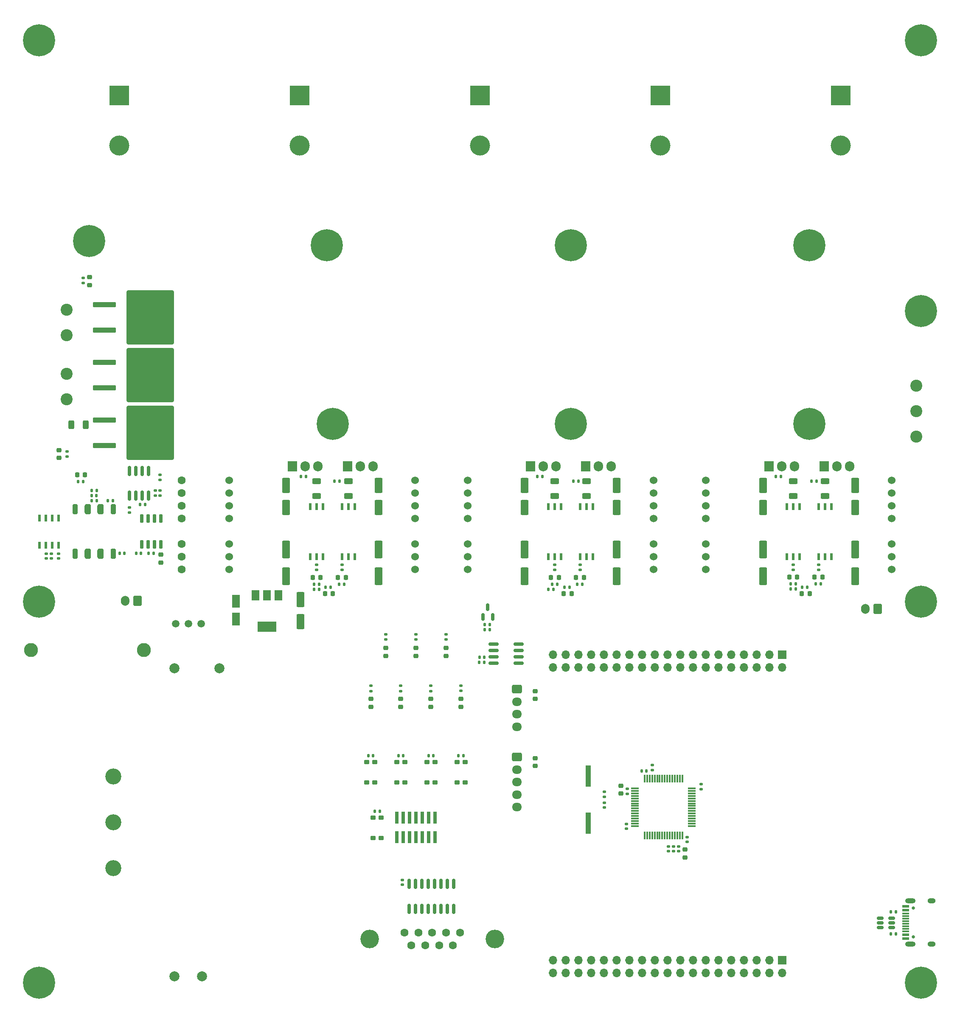
<source format=gbr>
%TF.GenerationSoftware,KiCad,Pcbnew,7.0.7-7.0.7~ubuntu22.04.1*%
%TF.CreationDate,2023-09-07T14:29:00+02:00*%
%TF.ProjectId,Inverter_KiCAD,496e7665-7274-4657-925f-4b694341442e,rev?*%
%TF.SameCoordinates,Original*%
%TF.FileFunction,Soldermask,Top*%
%TF.FilePolarity,Negative*%
%FSLAX46Y46*%
G04 Gerber Fmt 4.6, Leading zero omitted, Abs format (unit mm)*
G04 Created by KiCad (PCBNEW 7.0.7-7.0.7~ubuntu22.04.1) date 2023-09-07 14:29:00*
%MOMM*%
%LPD*%
G01*
G04 APERTURE LIST*
G04 Aperture macros list*
%AMRoundRect*
0 Rectangle with rounded corners*
0 $1 Rounding radius*
0 $2 $3 $4 $5 $6 $7 $8 $9 X,Y pos of 4 corners*
0 Add a 4 corners polygon primitive as box body*
4,1,4,$2,$3,$4,$5,$6,$7,$8,$9,$2,$3,0*
0 Add four circle primitives for the rounded corners*
1,1,$1+$1,$2,$3*
1,1,$1+$1,$4,$5*
1,1,$1+$1,$6,$7*
1,1,$1+$1,$8,$9*
0 Add four rect primitives between the rounded corners*
20,1,$1+$1,$2,$3,$4,$5,0*
20,1,$1+$1,$4,$5,$6,$7,0*
20,1,$1+$1,$6,$7,$8,$9,0*
20,1,$1+$1,$8,$9,$2,$3,0*%
G04 Aperture macros list end*
%ADD10RoundRect,0.218750X-0.218750X-0.256250X0.218750X-0.256250X0.218750X0.256250X-0.218750X0.256250X0*%
%ADD11RoundRect,0.218750X-0.256250X0.218750X-0.256250X-0.218750X0.256250X-0.218750X0.256250X0.218750X0*%
%ADD12C,0.800000*%
%ADD13C,6.400000*%
%ADD14RoundRect,0.140000X-0.140000X-0.170000X0.140000X-0.170000X0.140000X0.170000X-0.140000X0.170000X0*%
%ADD15RoundRect,0.250000X0.550000X-1.250000X0.550000X1.250000X-0.550000X1.250000X-0.550000X-1.250000X0*%
%ADD16RoundRect,0.250000X0.625000X-0.312500X0.625000X0.312500X-0.625000X0.312500X-0.625000X-0.312500X0*%
%ADD17C,1.524000*%
%ADD18R,4.000000X4.000000*%
%ADD19C,4.000000*%
%ADD20RoundRect,0.140000X0.140000X0.170000X-0.140000X0.170000X-0.140000X-0.170000X0.140000X-0.170000X0*%
%ADD21C,1.600000*%
%ADD22R,1.905000X2.000000*%
%ADD23O,1.905000X2.000000*%
%ADD24C,2.400000*%
%ADD25C,1.498600*%
%ADD26RoundRect,0.225000X0.275000X-0.225000X0.275000X0.225000X-0.275000X0.225000X-0.275000X-0.225000X0*%
%ADD27RoundRect,0.135000X-0.185000X0.135000X-0.185000X-0.135000X0.185000X-0.135000X0.185000X0.135000X0*%
%ADD28RoundRect,0.135000X-0.135000X-0.185000X0.135000X-0.185000X0.135000X0.185000X-0.135000X0.185000X0*%
%ADD29RoundRect,0.135000X0.135000X0.185000X-0.135000X0.185000X-0.135000X-0.185000X0.135000X-0.185000X0*%
%ADD30RoundRect,0.250000X-2.050000X-0.300000X2.050000X-0.300000X2.050000X0.300000X-2.050000X0.300000X0*%
%ADD31RoundRect,0.250002X-4.449998X-5.149998X4.449998X-5.149998X4.449998X5.149998X-4.449998X5.149998X0*%
%ADD32RoundRect,0.140000X-0.170000X0.140000X-0.170000X-0.140000X0.170000X-0.140000X0.170000X0.140000X0*%
%ADD33C,0.650000*%
%ADD34R,1.450000X0.600000*%
%ADD35R,1.450000X0.300000*%
%ADD36O,2.100000X1.000000*%
%ADD37O,1.600000X1.000000*%
%ADD38RoundRect,0.250000X-0.725000X0.600000X-0.725000X-0.600000X0.725000X-0.600000X0.725000X0.600000X0*%
%ADD39O,1.950000X1.700000*%
%ADD40RoundRect,0.150000X-0.512500X-0.150000X0.512500X-0.150000X0.512500X0.150000X-0.512500X0.150000X0*%
%ADD41RoundRect,0.135000X0.185000X-0.135000X0.185000X0.135000X-0.185000X0.135000X-0.185000X-0.135000X0*%
%ADD42R,0.508000X1.460500*%
%ADD43RoundRect,0.254000X0.254000X0.746000X-0.254000X0.746000X-0.254000X-0.746000X0.254000X-0.746000X0*%
%ADD44RoundRect,0.317500X0.317500X0.682500X-0.317500X0.682500X-0.317500X-0.682500X0.317500X-0.682500X0*%
%ADD45RoundRect,0.265000X0.265000X0.735000X-0.265000X0.735000X-0.265000X-0.735000X0.265000X-0.735000X0*%
%ADD46R,1.700000X1.700000*%
%ADD47O,1.700000X1.700000*%
%ADD48C,2.006600*%
%ADD49RoundRect,0.150000X0.150000X-0.825000X0.150000X0.825000X-0.150000X0.825000X-0.150000X-0.825000X0*%
%ADD50C,1.600200*%
%ADD51C,3.708400*%
%ADD52RoundRect,0.218750X0.218750X0.256250X-0.218750X0.256250X-0.218750X-0.256250X0.218750X-0.256250X0*%
%ADD53RoundRect,0.218750X0.256250X-0.218750X0.256250X0.218750X-0.256250X0.218750X-0.256250X-0.218750X0*%
%ADD54RoundRect,0.075000X-0.700000X-0.075000X0.700000X-0.075000X0.700000X0.075000X-0.700000X0.075000X0*%
%ADD55RoundRect,0.075000X-0.075000X-0.700000X0.075000X-0.700000X0.075000X0.700000X-0.075000X0.700000X0*%
%ADD56RoundRect,0.250000X-0.550000X1.500000X-0.550000X-1.500000X0.550000X-1.500000X0.550000X1.500000X0*%
%ADD57RoundRect,0.250000X0.600000X0.750000X-0.600000X0.750000X-0.600000X-0.750000X0.600000X-0.750000X0*%
%ADD58O,1.700000X2.000000*%
%ADD59R,0.740000X2.400000*%
%ADD60RoundRect,0.150000X0.150000X-0.587500X0.150000X0.587500X-0.150000X0.587500X-0.150000X-0.587500X0*%
%ADD61C,2.800000*%
%ADD62C,3.200000*%
%ADD63R,0.508000X1.346200*%
%ADD64RoundRect,0.225000X-0.250000X0.225000X-0.250000X-0.225000X0.250000X-0.225000X0.250000X0.225000X0*%
%ADD65RoundRect,0.140000X0.170000X-0.140000X0.170000X0.140000X-0.170000X0.140000X-0.170000X-0.140000X0*%
%ADD66R,1.016000X4.318000*%
%ADD67RoundRect,0.250000X-0.550000X1.050000X-0.550000X-1.050000X0.550000X-1.050000X0.550000X1.050000X0*%
%ADD68RoundRect,0.225000X0.250000X-0.225000X0.250000X0.225000X-0.250000X0.225000X-0.250000X-0.225000X0*%
%ADD69RoundRect,0.250000X-0.312500X-0.625000X0.312500X-0.625000X0.312500X0.625000X-0.312500X0.625000X0*%
%ADD70RoundRect,0.150000X0.825000X0.150000X-0.825000X0.150000X-0.825000X-0.150000X0.825000X-0.150000X0*%
%ADD71R,1.500000X2.000000*%
%ADD72R,3.800000X2.000000*%
%ADD73RoundRect,0.150000X0.150000X-0.725000X0.150000X0.725000X-0.150000X0.725000X-0.150000X-0.725000X0*%
G04 APERTURE END LIST*
D10*
%TO.C,D402*%
X186710000Y-125100000D03*
X188285000Y-125100000D03*
%TD*%
D11*
%TO.C,D804*%
X121200000Y-149372500D03*
X121200000Y-150947500D03*
%TD*%
D12*
%TO.C,H109*%
X92070000Y-58870000D03*
X92772944Y-57172944D03*
X92772944Y-60567056D03*
X94470000Y-56470000D03*
D13*
X94470000Y-58870000D03*
D12*
X94470000Y-61270000D03*
X96167056Y-57172944D03*
X96167056Y-60567056D03*
X96870000Y-58870000D03*
%TD*%
D11*
%TO.C,D502*%
X112200000Y-139212500D03*
X112200000Y-140787500D03*
%TD*%
D14*
%TO.C,C812*%
X157237500Y-163775000D03*
X158197500Y-163775000D03*
%TD*%
D15*
%TO.C,C203*%
X86340000Y-111200000D03*
X86340000Y-106800000D03*
%TD*%
D10*
%TO.C,D302*%
X139137500Y-125200000D03*
X140712500Y-125200000D03*
%TD*%
D16*
%TO.C,R408*%
X193835000Y-108902500D03*
X193835000Y-105977500D03*
%TD*%
D17*
%TO.C,U301*%
X122500000Y-123592500D03*
X122500000Y-121052500D03*
X122500000Y-118512500D03*
X122500000Y-113432500D03*
X122500000Y-110892500D03*
X122500000Y-108352500D03*
X122500000Y-105812500D03*
%TD*%
D18*
%TO.C,C1004*%
X89000000Y-29000000D03*
D19*
X89000000Y-39000000D03*
%TD*%
D20*
%TO.C,C901*%
X57380000Y-120300000D03*
X56420000Y-120300000D03*
%TD*%
D21*
%TO.C,U701*%
X65500000Y-123592500D03*
X65500000Y-121052500D03*
X65500000Y-118512500D03*
X65500000Y-113432500D03*
X65500000Y-110892500D03*
X65500000Y-108352500D03*
X65500000Y-105812500D03*
%TD*%
D22*
%TO.C,Q202*%
X87540000Y-102940000D03*
D23*
X90080000Y-102940000D03*
X92620000Y-102940000D03*
%TD*%
D24*
%TO.C,J104*%
X212000000Y-86920000D03*
X212000000Y-92000000D03*
X212000000Y-97080000D03*
%TD*%
D25*
%TO.C,U502*%
X64320000Y-134400000D03*
X66860000Y-134400000D03*
X69400000Y-134400000D03*
%TD*%
D14*
%TO.C,C818*%
X120720000Y-160700000D03*
X121680000Y-160700000D03*
%TD*%
D26*
%TO.C,SW801*%
X103700000Y-177150000D03*
X103700000Y-173050000D03*
X105300000Y-177150000D03*
X105300000Y-173050000D03*
%TD*%
D27*
%TO.C,R1402*%
X45800000Y-65400000D03*
X45800000Y-66420000D03*
%TD*%
D11*
%TO.C,D803*%
X115200000Y-149375000D03*
X115200000Y-150950000D03*
%TD*%
D27*
%TO.C,R302*%
X145005000Y-122630000D03*
X145005000Y-123650000D03*
%TD*%
D28*
%TO.C,R305*%
X144415000Y-126500000D03*
X145435000Y-126500000D03*
%TD*%
D22*
%TO.C,Q403*%
X193660000Y-102940000D03*
D23*
X196200000Y-102940000D03*
X198740000Y-102940000D03*
%TD*%
D26*
%TO.C,SW804*%
X114400000Y-166050000D03*
X114400000Y-161950000D03*
X116000000Y-166050000D03*
X116000000Y-161950000D03*
%TD*%
D29*
%TO.C,R809*%
X139610000Y-127500000D03*
X138590000Y-127500000D03*
%TD*%
D15*
%TO.C,C204*%
X104740000Y-111200000D03*
X104740000Y-106800000D03*
%TD*%
D16*
%TO.C,R208*%
X98715000Y-108902500D03*
X98715000Y-105977500D03*
%TD*%
D10*
%TO.C,D403*%
X191737500Y-125100000D03*
X193312500Y-125100000D03*
%TD*%
D15*
%TO.C,C404*%
X199860000Y-111200000D03*
X199860000Y-106800000D03*
%TD*%
D30*
%TO.C,D902*%
X50050000Y-70760000D03*
D31*
X59200000Y-73300000D03*
D30*
X50050000Y-75840000D03*
%TD*%
D12*
%TO.C,H103*%
X210600000Y-206000000D03*
X211302944Y-204302944D03*
X211302944Y-207697056D03*
X213000000Y-203600000D03*
D13*
X213000000Y-206000000D03*
D12*
X213000000Y-208400000D03*
X214697056Y-204302944D03*
X214697056Y-207697056D03*
X215400000Y-206000000D03*
%TD*%
D32*
%TO.C,C808*%
X166275000Y-176945000D03*
X166275000Y-177905000D03*
%TD*%
D12*
%TO.C,H108*%
X44600000Y-58000000D03*
X45302944Y-56302944D03*
X45302944Y-59697056D03*
X47000000Y-55600000D03*
D13*
X47000000Y-58000000D03*
D12*
X47000000Y-60400000D03*
X48697056Y-56302944D03*
X48697056Y-59697056D03*
X49400000Y-58000000D03*
%TD*%
%TO.C,H107*%
X210600000Y-72000000D03*
X211302944Y-70302944D03*
X211302944Y-73697056D03*
X213000000Y-69600000D03*
D13*
X213000000Y-72000000D03*
D12*
X213000000Y-74400000D03*
X214697056Y-70302944D03*
X214697056Y-73697056D03*
X215400000Y-72000000D03*
%TD*%
D33*
%TO.C,J801*%
X211400000Y-196890000D03*
X211400000Y-191110000D03*
D34*
X209955000Y-197250000D03*
X209955000Y-196450000D03*
D35*
X209955000Y-195250000D03*
X209955000Y-194250000D03*
X209955000Y-193750000D03*
X209955000Y-192750000D03*
D34*
X209955000Y-191550000D03*
X209955000Y-190750000D03*
X209955000Y-190750000D03*
X209955000Y-191550000D03*
D35*
X209955000Y-192250000D03*
X209955000Y-193250000D03*
X209955000Y-194750000D03*
X209955000Y-195750000D03*
D34*
X209955000Y-196450000D03*
X209955000Y-197250000D03*
D36*
X210870000Y-198320000D03*
D37*
X215050000Y-198320000D03*
D36*
X210870000Y-189680000D03*
D37*
X215050000Y-189680000D03*
%TD*%
D15*
%TO.C,C304*%
X152300000Y-111200000D03*
X152300000Y-106800000D03*
%TD*%
D10*
%TO.C,D203*%
X96640000Y-125200000D03*
X98215000Y-125200000D03*
%TD*%
D28*
%TO.C,R205*%
X96890000Y-126500000D03*
X97910000Y-126500000D03*
%TD*%
D38*
%TO.C,J802*%
X132400000Y-161000000D03*
D39*
X132400000Y-163500000D03*
X132400000Y-166000000D03*
X132400000Y-168500000D03*
X132400000Y-171000000D03*
%TD*%
D22*
%TO.C,Q303*%
X146100000Y-102940000D03*
D23*
X148640000Y-102940000D03*
X151180000Y-102940000D03*
%TD*%
D18*
%TO.C,C1003*%
X125000000Y-29000000D03*
D19*
X125000000Y-39000000D03*
%TD*%
D29*
%TO.C,R808*%
X92910000Y-127500000D03*
X91890000Y-127500000D03*
%TD*%
D32*
%TO.C,C902*%
X55100000Y-111220000D03*
X55100000Y-112180000D03*
%TD*%
D14*
%TO.C,C815*%
X102720000Y-160700000D03*
X103680000Y-160700000D03*
%TD*%
D32*
%TO.C,C602*%
X39500000Y-120420000D03*
X39500000Y-121380000D03*
%TD*%
D27*
%TO.C,R201*%
X92365000Y-122630000D03*
X92365000Y-123650000D03*
%TD*%
D40*
%TO.C,U802*%
X204862500Y-193150000D03*
X204862500Y-194100000D03*
X204862500Y-195050000D03*
X207137500Y-195050000D03*
X207137500Y-194100000D03*
X207137500Y-193150000D03*
%TD*%
D41*
%TO.C,R807*%
X121200000Y-147807500D03*
X121200000Y-146787500D03*
%TD*%
D42*
%TO.C,U601*%
X40905000Y-113275850D03*
X39635000Y-113275850D03*
X38365000Y-113275850D03*
X37095000Y-113275850D03*
X37095000Y-118724150D03*
X38365000Y-118724150D03*
X39635000Y-118724150D03*
X40905000Y-118724150D03*
%TD*%
D43*
%TO.C,U602*%
X51810000Y-111550000D03*
D44*
X49270000Y-111550000D03*
X46730000Y-111550000D03*
D43*
X44190000Y-111550000D03*
X44190000Y-120450000D03*
D44*
X46730000Y-120450000D03*
X49270000Y-120450000D03*
D45*
X51810000Y-120450000D03*
%TD*%
D46*
%TO.C,J101*%
X185260000Y-140570000D03*
D47*
X185260000Y-143110000D03*
X182720000Y-140570000D03*
X182720000Y-143110000D03*
X180180000Y-140570000D03*
X180180000Y-143110000D03*
X177640000Y-140570000D03*
X177640000Y-143110000D03*
X175100000Y-140570000D03*
X175100000Y-143110000D03*
X172560000Y-140570000D03*
X172560000Y-143110000D03*
X170020000Y-140570000D03*
X170020000Y-143110000D03*
X167480000Y-140570000D03*
X167480000Y-143110000D03*
X164940000Y-140570000D03*
X164940000Y-143110000D03*
X162400000Y-140570000D03*
X162400000Y-143110000D03*
X159860000Y-140570000D03*
X159860000Y-143110000D03*
X157320000Y-140570000D03*
X157320000Y-143110000D03*
X154780000Y-140570000D03*
X154780000Y-143110000D03*
X152240000Y-140570000D03*
X152240000Y-143110000D03*
X149700000Y-140570000D03*
X149700000Y-143110000D03*
X147160000Y-140570000D03*
X147160000Y-143110000D03*
X144620000Y-140570000D03*
X144620000Y-143110000D03*
X142080000Y-140570000D03*
X142080000Y-143110000D03*
X139540000Y-140570000D03*
X139540000Y-143110000D03*
%TD*%
D14*
%TO.C,C606*%
X53120000Y-120300000D03*
X54080000Y-120300000D03*
%TD*%
D41*
%TO.C,R804*%
X103200000Y-147812500D03*
X103200000Y-146792500D03*
%TD*%
D28*
%TO.C,R304*%
X139387500Y-126500000D03*
X140407500Y-126500000D03*
%TD*%
D12*
%TO.C,H102*%
X34600000Y-130000000D03*
X35302944Y-128302944D03*
X35302944Y-131697056D03*
X37000000Y-127600000D03*
D13*
X37000000Y-130000000D03*
D12*
X37000000Y-132400000D03*
X38697056Y-128302944D03*
X38697056Y-131697056D03*
X39400000Y-130000000D03*
%TD*%
D29*
%TO.C,R409*%
X192160000Y-105900000D03*
X191140000Y-105900000D03*
%TD*%
D48*
%TO.C,U501*%
X64005501Y-204750000D03*
X69505500Y-204750000D03*
X73005501Y-143249996D03*
X64005501Y-143249996D03*
%TD*%
D22*
%TO.C,Q203*%
X98540000Y-102940000D03*
D23*
X101080000Y-102940000D03*
X103620000Y-102940000D03*
%TD*%
D22*
%TO.C,Q402*%
X182660000Y-102940000D03*
D23*
X185200000Y-102940000D03*
X187740000Y-102940000D03*
%TD*%
D29*
%TO.C,R1201*%
X125885000Y-142105000D03*
X124865000Y-142105000D03*
%TD*%
D41*
%TO.C,R1401*%
X42575000Y-101035000D03*
X42575000Y-100015000D03*
%TD*%
D12*
%TO.C,H104*%
X210600000Y-130000000D03*
X211302944Y-128302944D03*
X211302944Y-131697056D03*
X213000000Y-127600000D03*
D13*
X213000000Y-130000000D03*
D12*
X213000000Y-132400000D03*
X214697056Y-128302944D03*
X214697056Y-131697056D03*
X215400000Y-130000000D03*
%TD*%
D10*
%TO.C,D1403*%
X44625000Y-104700000D03*
X46200000Y-104700000D03*
%TD*%
D12*
%TO.C,H114*%
X188300000Y-94470000D03*
X189002944Y-92772944D03*
X189002944Y-96167056D03*
X190700000Y-92070000D03*
D13*
X190700000Y-94470000D03*
D12*
X190700000Y-96870000D03*
X192397056Y-92772944D03*
X192397056Y-96167056D03*
X193100000Y-94470000D03*
%TD*%
D32*
%TO.C,C903*%
X60200000Y-107820000D03*
X60200000Y-108780000D03*
%TD*%
D14*
%TO.C,C816*%
X108720000Y-160700000D03*
X109680000Y-160700000D03*
%TD*%
D24*
%TO.C,J102*%
X42525000Y-76825000D03*
X42525000Y-71745000D03*
%TD*%
D16*
%TO.C,R306*%
X139925000Y-108902500D03*
X139925000Y-105977500D03*
%TD*%
D28*
%TO.C,R405*%
X191987500Y-126400000D03*
X193007500Y-126400000D03*
%TD*%
D29*
%TO.C,R309*%
X144610000Y-105900000D03*
X143590000Y-105900000D03*
%TD*%
%TO.C,R602*%
X48510000Y-109800000D03*
X47490000Y-109800000D03*
%TD*%
D11*
%TO.C,D801*%
X103200000Y-149377500D03*
X103200000Y-150952500D03*
%TD*%
D20*
%TO.C,C605*%
X51732500Y-109800000D03*
X50772500Y-109800000D03*
%TD*%
D11*
%TO.C,D1402*%
X47100000Y-65212500D03*
X47100000Y-66787500D03*
%TD*%
D16*
%TO.C,R308*%
X146275000Y-108902500D03*
X146275000Y-105977500D03*
%TD*%
D29*
%TO.C,R810*%
X187960000Y-127425000D03*
X186940000Y-127425000D03*
%TD*%
D49*
%TO.C,U902*%
X55100000Y-108850000D03*
X56370000Y-108850000D03*
X57640000Y-108850000D03*
X58910000Y-108850000D03*
X58910000Y-103900000D03*
X57640000Y-103900000D03*
X56370000Y-103900000D03*
X55100000Y-103900000D03*
%TD*%
D50*
%TO.C,J1301*%
X120994999Y-196060000D03*
X118224999Y-196060000D03*
X115455000Y-196060000D03*
X112685000Y-196060000D03*
X109915001Y-196060000D03*
X119609999Y-198600000D03*
X116839999Y-198600000D03*
X114070000Y-198600000D03*
X111300000Y-198600000D03*
D51*
X102960001Y-197330000D03*
X127949999Y-197330000D03*
%TD*%
D28*
%TO.C,R204*%
X91862500Y-126500000D03*
X92882500Y-126500000D03*
%TD*%
D41*
%TO.C,R501*%
X106200000Y-137510000D03*
X106200000Y-136490000D03*
%TD*%
D32*
%TO.C,C603*%
X38500000Y-120420000D03*
X38500000Y-121380000D03*
%TD*%
D52*
%TO.C,D401*%
X190757500Y-128400000D03*
X189182500Y-128400000D03*
%TD*%
D15*
%TO.C,C403*%
X181460000Y-111200000D03*
X181460000Y-106800000D03*
%TD*%
D27*
%TO.C,R401*%
X187485000Y-122630000D03*
X187485000Y-123650000D03*
%TD*%
D29*
%TO.C,R403*%
X190310000Y-127100000D03*
X189290000Y-127100000D03*
%TD*%
D53*
%TO.C,D901*%
X61300000Y-122187500D03*
X61300000Y-120612500D03*
%TD*%
D12*
%TO.C,H112*%
X140740000Y-94470000D03*
X141442944Y-92772944D03*
X141442944Y-96167056D03*
X143140000Y-92070000D03*
D13*
X143140000Y-94470000D03*
D12*
X143140000Y-96870000D03*
X144837056Y-92772944D03*
X144837056Y-96167056D03*
X145540000Y-94470000D03*
%TD*%
D16*
%TO.C,R206*%
X92365000Y-108902500D03*
X92365000Y-105977500D03*
%TD*%
D53*
%TO.C,L801*%
X165900000Y-181012500D03*
X165900000Y-179437500D03*
%TD*%
D18*
%TO.C,C1002*%
X161000000Y-29000000D03*
D19*
X161000000Y-39000000D03*
%TD*%
D41*
%TO.C,R801*%
X159350000Y-163612500D03*
X159350000Y-162592500D03*
%TD*%
D54*
%TO.C,U801*%
X155925000Y-167250000D03*
X155925000Y-167750000D03*
X155925000Y-168250000D03*
X155925000Y-168750000D03*
X155925000Y-169250000D03*
X155925000Y-169750000D03*
X155925000Y-170250000D03*
X155925000Y-170750000D03*
X155925000Y-171250000D03*
X155925000Y-171750000D03*
X155925000Y-172250000D03*
X155925000Y-172750000D03*
X155925000Y-173250000D03*
X155925000Y-173750000D03*
X155925000Y-174250000D03*
X155925000Y-174750000D03*
D55*
X157850000Y-176675000D03*
X158350000Y-176675000D03*
X158850000Y-176675000D03*
X159350000Y-176675000D03*
X159850000Y-176675000D03*
X160350000Y-176675000D03*
X160850000Y-176675000D03*
X161350000Y-176675000D03*
X161850000Y-176675000D03*
X162350000Y-176675000D03*
X162850000Y-176675000D03*
X163350000Y-176675000D03*
X163850000Y-176675000D03*
X164350000Y-176675000D03*
X164850000Y-176675000D03*
X165350000Y-176675000D03*
D54*
X167275000Y-174750000D03*
X167275000Y-174250000D03*
X167275000Y-173750000D03*
X167275000Y-173250000D03*
X167275000Y-172750000D03*
X167275000Y-172250000D03*
X167275000Y-171750000D03*
X167275000Y-171250000D03*
X167275000Y-170750000D03*
X167275000Y-170250000D03*
X167275000Y-169750000D03*
X167275000Y-169250000D03*
X167275000Y-168750000D03*
X167275000Y-168250000D03*
X167275000Y-167750000D03*
X167275000Y-167250000D03*
D55*
X165350000Y-165325000D03*
X164850000Y-165325000D03*
X164350000Y-165325000D03*
X163850000Y-165325000D03*
X163350000Y-165325000D03*
X162850000Y-165325000D03*
X162350000Y-165325000D03*
X161850000Y-165325000D03*
X161350000Y-165325000D03*
X160850000Y-165325000D03*
X160350000Y-165325000D03*
X159850000Y-165325000D03*
X159350000Y-165325000D03*
X158850000Y-165325000D03*
X158350000Y-165325000D03*
X157850000Y-165325000D03*
%TD*%
D28*
%TO.C,R307*%
X136390000Y-105000000D03*
X137410000Y-105000000D03*
%TD*%
D12*
%TO.C,H113*%
X188300000Y-58870000D03*
X189002944Y-57172944D03*
X189002944Y-60567056D03*
X190700000Y-56470000D03*
D13*
X190700000Y-58870000D03*
D12*
X190700000Y-61270000D03*
X192397056Y-57172944D03*
X192397056Y-60567056D03*
X193100000Y-58870000D03*
%TD*%
D27*
%TO.C,R701*%
X61200000Y-104690000D03*
X61200000Y-105710000D03*
%TD*%
D12*
%TO.C,H111*%
X140740000Y-58870000D03*
X141442944Y-57172944D03*
X141442944Y-60567056D03*
X143140000Y-56470000D03*
D13*
X143140000Y-58870000D03*
D12*
X143140000Y-61270000D03*
X144837056Y-57172944D03*
X144837056Y-60567056D03*
X145540000Y-58870000D03*
%TD*%
D32*
%TO.C,C809*%
X154350000Y-167345000D03*
X154350000Y-168305000D03*
%TD*%
D56*
%TO.C,C302*%
X152300000Y-119540000D03*
X152300000Y-124940000D03*
%TD*%
D57*
%TO.C,J1102*%
X56700000Y-129800000D03*
D58*
X54200000Y-129800000D03*
%TD*%
D59*
%TO.C,J803*%
X108390000Y-176950000D03*
X108390000Y-173050000D03*
X109660000Y-176950000D03*
X109660000Y-173050000D03*
X110930000Y-176950000D03*
X110930000Y-173050000D03*
X112200000Y-176950000D03*
X112200000Y-173050000D03*
X113470000Y-176950000D03*
X113470000Y-173050000D03*
X114740000Y-176950000D03*
X114740000Y-173050000D03*
X116010000Y-176950000D03*
X116010000Y-173050000D03*
%TD*%
D11*
%TO.C,D503*%
X118200000Y-139212500D03*
X118200000Y-140787500D03*
%TD*%
D60*
%TO.C,Q1101*%
X125600000Y-133000000D03*
X127500000Y-133000000D03*
X126550000Y-131125000D03*
%TD*%
D28*
%TO.C,R601*%
X47490000Y-107800000D03*
X48510000Y-107800000D03*
%TD*%
%TO.C,R1102*%
X125940000Y-134562500D03*
X126960000Y-134562500D03*
%TD*%
D38*
%TO.C,J804*%
X132400000Y-147462500D03*
D39*
X132400000Y-149962500D03*
X132400000Y-152462500D03*
X132400000Y-154962500D03*
%TD*%
D61*
%TO.C,F501*%
X35400000Y-139600000D03*
X57900000Y-139600000D03*
%TD*%
D62*
%TO.C,J501*%
X51825000Y-183140000D03*
X51825000Y-174000000D03*
X51825000Y-164860000D03*
%TD*%
D20*
%TO.C,C604*%
X48480000Y-108800000D03*
X47520000Y-108800000D03*
%TD*%
D56*
%TO.C,C201*%
X86340000Y-119540000D03*
X86340000Y-124940000D03*
%TD*%
D30*
%TO.C,D903*%
X50050000Y-82260000D03*
D31*
X59200000Y-84800000D03*
D30*
X50050000Y-87340000D03*
%TD*%
D32*
%TO.C,C1301*%
X109500000Y-185520000D03*
X109500000Y-186480000D03*
%TD*%
D15*
%TO.C,C502*%
X89200000Y-133950000D03*
X89200000Y-129550000D03*
%TD*%
D63*
%TO.C,Q301*%
X138655000Y-120991100D03*
X139925000Y-120991100D03*
X141195000Y-120991100D03*
X145005000Y-120991100D03*
X146275000Y-120991100D03*
X147545000Y-120991100D03*
X147545000Y-111008900D03*
X146275000Y-111008900D03*
X145005000Y-111008900D03*
X141195000Y-111008900D03*
X139925000Y-111008900D03*
X138655000Y-111008900D03*
%TD*%
D64*
%TO.C,C813*%
X136000000Y-147825000D03*
X136000000Y-149375000D03*
%TD*%
D65*
%TO.C,C811*%
X154200000Y-175305000D03*
X154200000Y-174345000D03*
%TD*%
D29*
%TO.C,R209*%
X97010000Y-105900000D03*
X95990000Y-105900000D03*
%TD*%
D66*
%TO.C,Y801*%
X146600000Y-174199000D03*
X146600000Y-164801000D03*
%TD*%
D63*
%TO.C,Q401*%
X186215000Y-120991100D03*
X187485000Y-120991100D03*
X188755000Y-120991100D03*
X192565000Y-120991100D03*
X193835000Y-120991100D03*
X195105000Y-120991100D03*
X195105000Y-111008900D03*
X193835000Y-111008900D03*
X192565000Y-111008900D03*
X188755000Y-111008900D03*
X187485000Y-111008900D03*
X186215000Y-111008900D03*
%TD*%
D22*
%TO.C,Q302*%
X135100000Y-102940000D03*
D23*
X137640000Y-102940000D03*
X140180000Y-102940000D03*
%TD*%
D56*
%TO.C,C402*%
X199860000Y-119540000D03*
X199860000Y-124940000D03*
%TD*%
D28*
%TO.C,R407*%
X184040000Y-105000000D03*
X185060000Y-105000000D03*
%TD*%
%TO.C,R207*%
X89290000Y-105000000D03*
X90310000Y-105000000D03*
%TD*%
D30*
%TO.C,Q901*%
X50050000Y-93760000D03*
D31*
X59200000Y-96300000D03*
D30*
X50050000Y-98840000D03*
%TD*%
D29*
%TO.C,R802*%
X208010000Y-196300000D03*
X206990000Y-196300000D03*
%TD*%
D57*
%TO.C,J1101*%
X204350000Y-131425000D03*
D58*
X201850000Y-131425000D03*
%TD*%
D67*
%TO.C,C501*%
X76300000Y-129900000D03*
X76300000Y-133500000D03*
%TD*%
D56*
%TO.C,C301*%
X133900000Y-119540000D03*
X133900000Y-124940000D03*
%TD*%
D28*
%TO.C,R404*%
X186960000Y-126400000D03*
X187980000Y-126400000D03*
%TD*%
D12*
%TO.C,H101*%
X34600000Y-206000000D03*
X35302944Y-204302944D03*
X35302944Y-207697056D03*
X37000000Y-203600000D03*
D13*
X37000000Y-206000000D03*
D12*
X37000000Y-208400000D03*
X38697056Y-204302944D03*
X38697056Y-207697056D03*
X39400000Y-206000000D03*
%TD*%
D46*
%TO.C,J103*%
X185260000Y-201530000D03*
D47*
X185260000Y-204070000D03*
X182720000Y-201530000D03*
X182720000Y-204070000D03*
X180180000Y-201530000D03*
X180180000Y-204070000D03*
X177640000Y-201530000D03*
X177640000Y-204070000D03*
X175100000Y-201530000D03*
X175100000Y-204070000D03*
X172560000Y-201530000D03*
X172560000Y-204070000D03*
X170020000Y-201530000D03*
X170020000Y-204070000D03*
X167480000Y-201530000D03*
X167480000Y-204070000D03*
X164940000Y-201530000D03*
X164940000Y-204070000D03*
X162400000Y-201530000D03*
X162400000Y-204070000D03*
X159860000Y-201530000D03*
X159860000Y-204070000D03*
X157320000Y-201530000D03*
X157320000Y-204070000D03*
X154780000Y-201530000D03*
X154780000Y-204070000D03*
X152240000Y-201530000D03*
X152240000Y-204070000D03*
X149700000Y-201530000D03*
X149700000Y-204070000D03*
X147160000Y-201530000D03*
X147160000Y-204070000D03*
X144620000Y-201530000D03*
X144620000Y-204070000D03*
X142080000Y-201530000D03*
X142080000Y-204070000D03*
X139540000Y-201530000D03*
X139540000Y-204070000D03*
%TD*%
D17*
%TO.C,U302*%
X159600000Y-123592500D03*
X159600000Y-121052500D03*
X159600000Y-118512500D03*
X159600000Y-113432500D03*
X159600000Y-110892500D03*
X159600000Y-108352500D03*
X159600000Y-105812500D03*
%TD*%
D26*
%TO.C,SW803*%
X108400000Y-166050000D03*
X108400000Y-161950000D03*
X110000000Y-166050000D03*
X110000000Y-161950000D03*
%TD*%
D68*
%TO.C,C806*%
X136000000Y-162775000D03*
X136000000Y-161225000D03*
%TD*%
D10*
%TO.C,D303*%
X144165000Y-125200000D03*
X145740000Y-125200000D03*
%TD*%
D27*
%TO.C,R402*%
X192565000Y-122630000D03*
X192565000Y-123650000D03*
%TD*%
D17*
%TO.C,U202*%
X112040000Y-123592500D03*
X112040000Y-121052500D03*
X112040000Y-118512500D03*
X112040000Y-113432500D03*
X112040000Y-110892500D03*
X112040000Y-108352500D03*
X112040000Y-105812500D03*
%TD*%
D18*
%TO.C,C1001*%
X197000000Y-29000000D03*
D19*
X197000000Y-39000000D03*
%TD*%
D29*
%TO.C,R203*%
X95210000Y-127100000D03*
X94190000Y-127100000D03*
%TD*%
D32*
%TO.C,C904*%
X61200000Y-107820000D03*
X61200000Y-108780000D03*
%TD*%
D14*
%TO.C,C814*%
X104020000Y-171850000D03*
X104980000Y-171850000D03*
%TD*%
D32*
%TO.C,C601*%
X40900000Y-120420000D03*
X40900000Y-121380000D03*
%TD*%
D69*
%TO.C,R903*%
X43437500Y-94700000D03*
X46362500Y-94700000D03*
%TD*%
D17*
%TO.C,U201*%
X74940000Y-123592500D03*
X74940000Y-121052500D03*
X74940000Y-118512500D03*
X74940000Y-113432500D03*
X74940000Y-110892500D03*
X74940000Y-108352500D03*
X74940000Y-105812500D03*
%TD*%
D56*
%TO.C,C202*%
X104740000Y-119540000D03*
X104740000Y-124940000D03*
%TD*%
D18*
%TO.C,C1005*%
X53000000Y-29000000D03*
D19*
X53000000Y-39000000D03*
%TD*%
D17*
%TO.C,U402*%
X207160000Y-123592500D03*
X207160000Y-121052500D03*
X207160000Y-118512500D03*
X207160000Y-113432500D03*
X207160000Y-110892500D03*
X207160000Y-108352500D03*
X207160000Y-105812500D03*
%TD*%
D26*
%TO.C,SW802*%
X102400000Y-166050000D03*
X102400000Y-161950000D03*
X104000000Y-166050000D03*
X104000000Y-161950000D03*
%TD*%
%TO.C,SW805*%
X120400000Y-166050000D03*
X120400000Y-161950000D03*
X122000000Y-166050000D03*
X122000000Y-161950000D03*
%TD*%
D70*
%TO.C,U1201*%
X132675000Y-142305000D03*
X132675000Y-141035000D03*
X132675000Y-139765000D03*
X132675000Y-138495000D03*
X127725000Y-138495000D03*
X127725000Y-139765000D03*
X127725000Y-141035000D03*
X127725000Y-142305000D03*
%TD*%
D15*
%TO.C,C303*%
X133900000Y-111200000D03*
X133900000Y-106800000D03*
%TD*%
D32*
%TO.C,C805*%
X162600000Y-178820000D03*
X162600000Y-179780000D03*
%TD*%
D63*
%TO.C,Q201*%
X91095000Y-120991100D03*
X92365000Y-120991100D03*
X93635000Y-120991100D03*
X97445000Y-120991100D03*
X98715000Y-120991100D03*
X99985000Y-120991100D03*
X99985000Y-111008900D03*
X98715000Y-111008900D03*
X97445000Y-111008900D03*
X93635000Y-111008900D03*
X92365000Y-111008900D03*
X91095000Y-111008900D03*
%TD*%
D41*
%TO.C,R502*%
X112200000Y-137510000D03*
X112200000Y-136490000D03*
%TD*%
D71*
%TO.C,U503*%
X84800000Y-128700000D03*
X82500000Y-128700000D03*
D72*
X82500000Y-135000000D03*
D71*
X80200000Y-128700000D03*
%TD*%
D11*
%TO.C,D802*%
X109200000Y-149377500D03*
X109200000Y-150952500D03*
%TD*%
D29*
%TO.C,R303*%
X142840000Y-127100000D03*
X141820000Y-127100000D03*
%TD*%
D12*
%TO.C,H105*%
X34600000Y-18000000D03*
X35302944Y-16302944D03*
X35302944Y-19697056D03*
X37000000Y-15600000D03*
D13*
X37000000Y-18000000D03*
D12*
X37000000Y-20400000D03*
X38697056Y-16302944D03*
X38697056Y-19697056D03*
X39400000Y-18000000D03*
%TD*%
D49*
%TO.C,U1301*%
X110864999Y-191275000D03*
X112134999Y-191275000D03*
X113404999Y-191275000D03*
X114674999Y-191275000D03*
X115944999Y-191275000D03*
X117214999Y-191275000D03*
X118484999Y-191275000D03*
X119754999Y-191275000D03*
X119754999Y-186325000D03*
X118484999Y-186325000D03*
X117214999Y-186325000D03*
X115944999Y-186325000D03*
X114674999Y-186325000D03*
X113404999Y-186325000D03*
X112134999Y-186325000D03*
X110864999Y-186325000D03*
%TD*%
D32*
%TO.C,C807*%
X164600000Y-178820000D03*
X164600000Y-179780000D03*
%TD*%
D14*
%TO.C,C817*%
X114720000Y-160700000D03*
X115680000Y-160700000D03*
%TD*%
D32*
%TO.C,C802*%
X149800000Y-170120000D03*
X149800000Y-171080000D03*
%TD*%
D29*
%TO.C,R803*%
X208012500Y-191900000D03*
X206992500Y-191900000D03*
%TD*%
D17*
%TO.C,U401*%
X170060000Y-123592500D03*
X170060000Y-121052500D03*
X170060000Y-118512500D03*
X170060000Y-113432500D03*
X170060000Y-110892500D03*
X170060000Y-108352500D03*
X170060000Y-105812500D03*
%TD*%
D32*
%TO.C,C810*%
X163600000Y-178820000D03*
X163600000Y-179780000D03*
%TD*%
D52*
%TO.C,D201*%
X95657500Y-128400000D03*
X94082500Y-128400000D03*
%TD*%
D12*
%TO.C,H110*%
X93180000Y-94470000D03*
X93882944Y-92772944D03*
X93882944Y-96167056D03*
X95580000Y-92070000D03*
D13*
X95580000Y-94470000D03*
D12*
X95580000Y-96870000D03*
X97277056Y-92772944D03*
X97277056Y-96167056D03*
X97980000Y-94470000D03*
%TD*%
D28*
%TO.C,R1101*%
X125940000Y-135562500D03*
X126960000Y-135562500D03*
%TD*%
D11*
%TO.C,D501*%
X106200000Y-139212500D03*
X106200000Y-140787500D03*
%TD*%
D65*
%TO.C,C801*%
X149800000Y-168912500D03*
X149800000Y-167952500D03*
%TD*%
D28*
%TO.C,R901*%
X58850000Y-120300000D03*
X59870000Y-120300000D03*
%TD*%
D32*
%TO.C,C804*%
X169075000Y-166420000D03*
X169075000Y-167380000D03*
%TD*%
D64*
%TO.C,C803*%
X153075000Y-166700000D03*
X153075000Y-168250000D03*
%TD*%
D28*
%TO.C,R1403*%
X44812500Y-106000000D03*
X45832500Y-106000000D03*
%TD*%
D27*
%TO.C,R301*%
X139925000Y-122630000D03*
X139925000Y-123650000D03*
%TD*%
D28*
%TO.C,R902*%
X57187500Y-110600000D03*
X58207500Y-110600000D03*
%TD*%
D41*
%TO.C,R503*%
X118200000Y-137510000D03*
X118200000Y-136490000D03*
%TD*%
D14*
%TO.C,C1201*%
X124895000Y-141105000D03*
X125855000Y-141105000D03*
%TD*%
D56*
%TO.C,C401*%
X181460000Y-119540000D03*
X181460000Y-124940000D03*
%TD*%
D27*
%TO.C,R202*%
X97445000Y-122630000D03*
X97445000Y-123650000D03*
%TD*%
D16*
%TO.C,R406*%
X187485000Y-108902500D03*
X187485000Y-105977500D03*
%TD*%
D12*
%TO.C,H106*%
X210600000Y-18000000D03*
X211302944Y-16302944D03*
X211302944Y-19697056D03*
X213000000Y-15600000D03*
D13*
X213000000Y-18000000D03*
D12*
X213000000Y-20400000D03*
X214697056Y-16302944D03*
X214697056Y-19697056D03*
X215400000Y-18000000D03*
%TD*%
D10*
%TO.C,D202*%
X91612500Y-125200000D03*
X93187500Y-125200000D03*
%TD*%
D24*
%TO.C,J901*%
X42525000Y-89625000D03*
X42525000Y-84545000D03*
%TD*%
D53*
%TO.C,D1401*%
X41000000Y-101297500D03*
X41000000Y-99722500D03*
%TD*%
D73*
%TO.C,U901*%
X57495000Y-118575000D03*
X58765000Y-118575000D03*
X60035000Y-118575000D03*
X61305000Y-118575000D03*
X61305000Y-113425000D03*
X60035000Y-113425000D03*
X58765000Y-113425000D03*
X57495000Y-113425000D03*
%TD*%
D41*
%TO.C,R805*%
X109200000Y-147812500D03*
X109200000Y-146792500D03*
%TD*%
D52*
%TO.C,D301*%
X143287500Y-128400000D03*
X141712500Y-128400000D03*
%TD*%
D41*
%TO.C,R806*%
X115200000Y-147810000D03*
X115200000Y-146790000D03*
%TD*%
M02*

</source>
